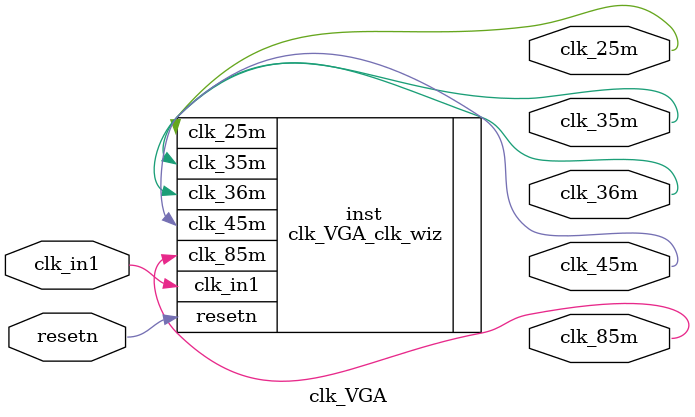
<source format=v>


`timescale 1ps/1ps

(* CORE_GENERATION_INFO = "clk_VGA,clk_wiz_v5_4_3_0,{component_name=clk_VGA,use_phase_alignment=true,use_min_o_jitter=false,use_max_i_jitter=false,use_dyn_phase_shift=false,use_inclk_switchover=false,use_dyn_reconfig=false,enable_axi=0,feedback_source=FDBK_AUTO,PRIMITIVE=MMCM,num_out_clk=5,clkin1_period=10.000,clkin2_period=10.000,use_power_down=false,use_reset=true,use_locked=false,use_inclk_stopped=false,feedback_type=SINGLE,CLOCK_MGR_TYPE=NA,manual_override=false}" *)

module clk_VGA 
 (
  // Clock out ports
  output        clk_25m,
  output        clk_35m,
  output        clk_36m,
  output        clk_45m,
  output        clk_85m,
  // Status and control signals
  input         resetn,
 // Clock in ports
  input         clk_in1
 );

  clk_VGA_clk_wiz inst
  (
  // Clock out ports  
  .clk_25m(clk_25m),
  .clk_35m(clk_35m),
  .clk_36m(clk_36m),
  .clk_45m(clk_45m),
  .clk_85m(clk_85m),
  // Status and control signals               
  .resetn(resetn), 
 // Clock in ports
  .clk_in1(clk_in1)
  );

endmodule

</source>
